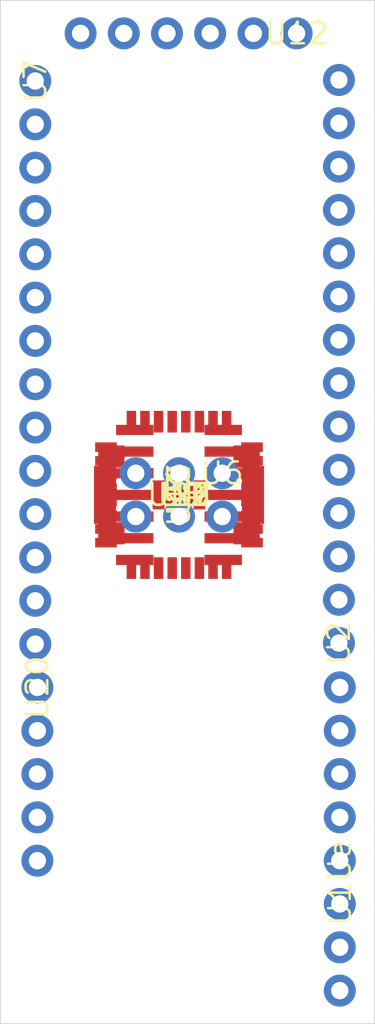
<source format=kicad_pcb>
 ( kicad_pcb  ( version 20171130 )
 ( host pcbnew "(5.1.4-0-10_14)" )
 ( general  ( thickness 1.6 )
 ( drawings 4 )
 ( tracks 0 )
 ( zones 0 )
 ( modules 28 )
 ( nets 53 )
)
 ( page A4 )
 ( layers  ( 0 Top signal )
 ( 31 Bottom signal )
 ( 32 B.Adhes user )
 ( 33 F.Adhes user )
 ( 34 B.Paste user )
 ( 35 F.Paste user )
 ( 36 B.SilkS user )
 ( 37 F.SilkS user )
 ( 38 B.Mask user )
 ( 39 F.Mask user )
 ( 40 Dwgs.User user )
 ( 41 Cmts.User user )
 ( 42 Eco1.User user )
 ( 43 Eco2.User user )
 ( 44 Edge.Cuts user )
 ( 45 Margin user )
 ( 46 B.CrtYd user )
 ( 47 F.CrtYd user )
 ( 48 B.Fab user )
 ( 49 F.Fab user )
)
 ( setup  ( last_trace_width 0.2 )
 ( trace_clearance 0.127 )
 ( zone_clearance 0.508 )
 ( zone_45_only no )
 ( trace_min 0.2 )
 ( via_size 0.7064 )
 ( via_drill 0.3 )
 ( via_min_size 0.4 )
 ( via_min_drill 0.3 )
 ( uvia_size 0.3 )
 ( uvia_drill 0.1 )
 ( uvias_allowed yes )
 ( uvia_min_size 0.2 )
 ( uvia_min_drill 0.1 )
 ( edge_width 0.05 )
 ( segment_width 0.2 )
 ( pcb_text_width 0.3 )
 ( pcb_text_size 1.5 1.5 )
 ( mod_edge_width 0.12 )
 ( mod_text_size 1 1 )
 ( mod_text_width 0.15 )
 ( pad_size 1.524 1.524 )
 ( pad_drill 0.762 )
 ( pad_to_mask_clearance 0.051 )
 ( solder_mask_min_width 0.25 )
 ( aux_axis_origin 0 0 )
 ( visible_elements 7FFFFFFF )
 ( pcbplotparams  ( layerselection 0x010fc_ffffffff )
 ( usegerberextensions false )
 ( usegerberattributes false )
 ( usegerberadvancedattributes false )
 ( creategerberjobfile false )
 ( excludeedgelayer true )
 ( linewidth 0.100000 )
 ( plotframeref false )
 ( viasonmask false )
 ( mode 1 )
 ( useauxorigin false )
 ( hpglpennumber 1 )
 ( hpglpenspeed 20 )
 ( hpglpendiameter 15.000000 )
 ( psnegative false )
 ( psa4output false )
 ( plotreference true )
 ( plotvalue true )
 ( plotinvisibletext false )
 ( padsonsilk false )
 ( subtractmaskfromsilk false )
 ( outputformat 1 )
 ( mirror false )
 ( drillshape 1 )
 ( scaleselection 1 )
 ( outputdirectory "" )
)
)
 ( net 0 "" )
 ( net 1 GND )
 ( net 2 VCC )
 ( net 3 /D2 )
 ( net 4 /TXO )
 ( net 5 /RXI )
 ( net 6 /RST )
 ( net 7 /A5 )
 ( net 8 /A4 )
 ( net 9 /A3 )
 ( net 10 /A2 )
 ( net 11 /A1 )
 ( net 12 /A0 )
 ( net 13 /A7 )
 ( net 14 "Net-(C6-Pad1)" )
 ( net 15 /A6 )
 ( net 16 /SCK )
 ( net 17 /MISO )
 ( net 18 /MOSI )
 ( net 19 /D10 )
 ( net 20 /D9 )
 ( net 21 /D8 )
 ( net 22 /D7 )
 ( net 23 /D6 )
 ( net 24 /D5 )
 ( net 25 "Net-(U3-Pad8)" )
 ( net 26 "Net-(U3-Pad7)" )
 ( net 27 /D4 )
 ( net 28 /D3 )
 ( net 29 "Net-(D1-PadA)" )
 ( net 30 /DTR )
 ( net 31 "Net-(J1-PadCTS)" )
 ( net 32 "Net-(F1-Pad1)" )
 ( net 33 /OUT1 )
 ( net 34 "Net-(IC1-Pad10)" )
 ( net 35 /OUT2 )
 ( net 36 /OUT4 )
 ( net 37 "Net-(IC1-Pad9)" )
 ( net 38 /OUT3 )
 ( net 39 "Net-(IC1-Pad11)" )
 ( net 40 "Net-(IC1-Pad12)" )
 ( net 41 /GO )
 ( net 42 "Net-(IC1-Pad13)" )
 ( net 43 "Net-(J2-Pad5)" )
 ( net 44 "Net-(J2-Pad4)" )
 ( net 45 "Net-(J2-Pad3)" )
 ( net 46 "Net-(J2-Pad2)" )
 ( net 47 "Net-(J2-Pad1)" )
 ( net 48 "Net-(J4-Pad1)" )
 ( net 49 "Net-(J4-Pad3)" )
 ( net 50 "Net-(J4-Pad2)" )
 ( net 51 "Net-(D2-PadA)" )
 ( net 52 "Net-(D3-PadA)" )
 ( net_class Default "This is the default net class."  ( clearance 0.127 )
 ( trace_width 0.2 )
 ( via_dia 0.7064 )
 ( via_drill 0.3 )
 ( uvia_dia 0.3 )
 ( uvia_drill 0.1 )
 ( add_net /A0 )
 ( add_net /A1 )
 ( add_net /A2 )
 ( add_net /A3 )
 ( add_net /A4 )
 ( add_net /A5 )
 ( add_net /A6 )
 ( add_net /A7 )
 ( add_net /D10 )
 ( add_net /D2 )
 ( add_net /D3 )
 ( add_net /D4 )
 ( add_net /D5 )
 ( add_net /D6 )
 ( add_net /D7 )
 ( add_net /D8 )
 ( add_net /D9 )
 ( add_net /DTR )
 ( add_net /GO )
 ( add_net /MISO )
 ( add_net /MOSI )
 ( add_net /OUT1 )
 ( add_net /OUT2 )
 ( add_net /OUT3 )
 ( add_net /OUT4 )
 ( add_net /RST )
 ( add_net /RXI )
 ( add_net /SCK )
 ( add_net /TXO )
 ( add_net GND )
 ( add_net "Net-(C6-Pad1)" )
 ( add_net "Net-(D1-PadA)" )
 ( add_net "Net-(D2-PadA)" )
 ( add_net "Net-(D3-PadA)" )
 ( add_net "Net-(IC1-Pad10)" )
 ( add_net "Net-(IC1-Pad11)" )
 ( add_net "Net-(IC1-Pad12)" )
 ( add_net "Net-(IC1-Pad13)" )
 ( add_net "Net-(IC1-Pad9)" )
 ( add_net "Net-(J1-PadCTS)" )
 ( add_net "Net-(J2-Pad1)" )
 ( add_net "Net-(J2-Pad2)" )
 ( add_net "Net-(J2-Pad3)" )
 ( add_net "Net-(J2-Pad4)" )
 ( add_net "Net-(J2-Pad5)" )
 ( add_net "Net-(J4-Pad1)" )
 ( add_net "Net-(J4-Pad2)" )
 ( add_net "Net-(J4-Pad3)" )
 ( add_net "Net-(U3-Pad7)" )
 ( add_net "Net-(U3-Pad8)" )
)
 ( net_class Power ""  ( clearance 0.127 )
 ( trace_width 0.381 )
 ( via_dia 0.7064 )
 ( via_drill 0.3 )
 ( uvia_dia 0.3 )
 ( uvia_drill 0.1 )
 ( add_net "Net-(F1-Pad1)" )
 ( add_net VCC )
)
 ( module piezoMusic:1X14 locked  ( layer Top )
 ( tedit 5DCE31E3 )
 ( tstamp 5DC8D32C )
 ( at 157.402200 96.188200 90.000000 )
 ( path /0B60073D )
 ( fp_text reference U2  ( at -16.5 0 90 )
 ( layer F.SilkS )
 ( effects  ( font  ( size 1.27 1.27 )
 ( thickness 0.15 )
)
)
)
 ( fp_text value ""  ( at -16.5 0 90 )
 ( layer F.SilkS )
 ( effects  ( font  ( size 1.27 1.27 )
 ( thickness 0.15 )
)
)
)
 ( fp_poly  ( pts  ( xy -17.6 -1.4 )
 ( xy 17.7 -1.4 )
 ( xy 17.7 1.4 )
 ( xy -17.6 1.4 )
)
 ( layer F.CrtYd )
 ( width 0.1 )
)
 ( fp_poly  ( pts  ( xy -17.6 -1.4 )
 ( xy 17.7 -1.4 )
 ( xy 17.7 1.4 )
 ( xy -17.6 1.4 )
)
 ( layer B.CrtYd )
 ( width 0.1 )
)
 ( pad 14 thru_hole circle  ( at 16.52 0 180.000000 )
 ( size 1.8796 1.8796 )
 ( drill 1.016 )
 ( layers *.Cu *.Mask )
 ( net 16 /SCK )
 ( solder_mask_margin 0.1016 )
)
 ( pad 13 thru_hole circle  ( at 13.98 0 180.000000 )
 ( size 1.8796 1.8796 )
 ( drill 1.016 )
 ( layers *.Cu *.Mask )
 ( net 17 /MISO )
 ( solder_mask_margin 0.1016 )
)
 ( pad 12 thru_hole circle  ( at 11.44 0 180.000000 )
 ( size 1.8796 1.8796 )
 ( drill 1.016 )
 ( layers *.Cu *.Mask )
 ( net 18 /MOSI )
 ( solder_mask_margin 0.1016 )
)
 ( pad 11 thru_hole circle  ( at 8.9 0 180.000000 )
 ( size 1.8796 1.8796 )
 ( drill 1.016 )
 ( layers *.Cu *.Mask )
 ( net 19 /D10 )
 ( solder_mask_margin 0.1016 )
)
 ( pad 10 thru_hole circle  ( at 6.36 0 180.000000 )
 ( size 1.8796 1.8796 )
 ( drill 1.016 )
 ( layers *.Cu *.Mask )
 ( net 20 /D9 )
 ( solder_mask_margin 0.1016 )
)
 ( pad 9 thru_hole circle  ( at 3.82 0 180.000000 )
 ( size 1.8796 1.8796 )
 ( drill 1.016 )
 ( layers *.Cu *.Mask )
 ( net 21 /D8 )
 ( solder_mask_margin 0.1016 )
)
 ( pad 8 thru_hole circle  ( at 1.28 0 180.000000 )
 ( size 1.8796 1.8796 )
 ( drill 1.016 )
 ( layers *.Cu *.Mask )
 ( net 22 /D7 )
 ( solder_mask_margin 0.1016 )
)
 ( pad 7 thru_hole circle  ( at -1.26 0 180.000000 )
 ( size 1.8796 1.8796 )
 ( drill 1.016 )
 ( layers *.Cu *.Mask )
 ( net 23 /D6 )
 ( solder_mask_margin 0.1016 )
)
 ( pad 6 thru_hole circle  ( at -3.8 0 180.000000 )
 ( size 1.8796 1.8796 )
 ( drill 1.016 )
 ( layers *.Cu *.Mask )
 ( net 24 /D5 )
 ( solder_mask_margin 0.1016 )
)
 ( pad 5 thru_hole circle  ( at -6.34 0 180.000000 )
 ( size 1.8796 1.8796 )
 ( drill 1.016 )
 ( layers *.Cu *.Mask )
 ( net 27 /D4 )
 ( solder_mask_margin 0.1016 )
)
 ( pad 4 thru_hole circle  ( at -8.88 0 180.000000 )
 ( size 1.8796 1.8796 )
 ( drill 1.016 )
 ( layers *.Cu *.Mask )
 ( net 28 /D3 )
 ( solder_mask_margin 0.1016 )
)
 ( pad 3 thru_hole circle  ( at -11.42 0 180.000000 )
 ( size 1.8796 1.8796 )
 ( drill 1.016 )
 ( layers *.Cu *.Mask )
 ( net 3 /D2 )
 ( solder_mask_margin 0.1016 )
)
 ( pad 2 thru_hole circle  ( at -13.96 0 180.000000 )
 ( size 1.8796 1.8796 )
 ( drill 1.016 )
 ( layers *.Cu *.Mask )
 ( net 1 GND )
 ( solder_mask_margin 0.1016 )
)
 ( pad 1 thru_hole circle  ( at -16.5 0 180.000000 )
 ( size 1.8796 1.8796 )
 ( drill 1.016 )
 ( layers *.Cu *.Mask )
 ( net 2 VCC )
 ( solder_mask_margin 0.1016 )
)
)
 ( module piezoMusic:1X14 locked  ( layer Top )
 ( tedit 5DCE31E3 )
 ( tstamp 5DC8D3C7 )
 ( at 139.546000 96.239000 270.000000 )
 ( path /056852D9 )
 ( fp_text reference U7  ( at -16.51 -0.004 270 )
 ( layer F.SilkS )
 ( effects  ( font  ( size 1.27 1.27 )
 ( thickness 0.15 )
)
)
)
 ( fp_text value ""  ( at -16.51 -0.004 270 )
 ( layer F.SilkS )
 ( effects  ( font  ( size 1.27 1.27 )
 ( thickness 0.15 )
)
)
)
 ( fp_poly  ( pts  ( xy -17.61 -1.404 )
 ( xy 17.69 -1.404 )
 ( xy 17.69 1.396 )
 ( xy -17.61 1.396 )
)
 ( layer F.CrtYd )
 ( width 0.1 )
)
 ( fp_poly  ( pts  ( xy -17.61 -1.404 )
 ( xy 17.69 -1.404 )
 ( xy 17.69 1.396 )
 ( xy -17.61 1.396 )
)
 ( layer B.CrtYd )
 ( width 0.1 )
)
 ( pad 14 thru_hole circle  ( at 16.51 -0.004 )
 ( size 1.8796 1.8796 )
 ( drill 1.016 )
 ( layers *.Cu *.Mask )
 ( net 13 /A7 )
 ( solder_mask_margin 0.1016 )
)
 ( pad 13 thru_hole circle  ( at 13.97 -0.004 )
 ( size 1.8796 1.8796 )
 ( drill 1.016 )
 ( layers *.Cu *.Mask )
 ( net 15 /A6 )
 ( solder_mask_margin 0.1016 )
)
 ( pad 12 thru_hole circle  ( at 11.43 -0.004 )
 ( size 1.8796 1.8796 )
 ( drill 1.016 )
 ( layers *.Cu *.Mask )
 ( net 7 /A5 )
 ( solder_mask_margin 0.1016 )
)
 ( pad 11 thru_hole circle  ( at 8.89 -0.004 )
 ( size 1.8796 1.8796 )
 ( drill 1.016 )
 ( layers *.Cu *.Mask )
 ( net 8 /A4 )
 ( solder_mask_margin 0.1016 )
)
 ( pad 10 thru_hole circle  ( at 6.35 -0.004 )
 ( size 1.8796 1.8796 )
 ( drill 1.016 )
 ( layers *.Cu *.Mask )
 ( net 9 /A3 )
 ( solder_mask_margin 0.1016 )
)
 ( pad 9 thru_hole circle  ( at 3.81 -0.004 )
 ( size 1.8796 1.8796 )
 ( drill 1.016 )
 ( layers *.Cu *.Mask )
 ( net 10 /A2 )
 ( solder_mask_margin 0.1016 )
)
 ( pad 8 thru_hole circle  ( at 1.27 -0.004 )
 ( size 1.8796 1.8796 )
 ( drill 1.016 )
 ( layers *.Cu *.Mask )
 ( net 11 /A1 )
 ( solder_mask_margin 0.1016 )
)
 ( pad 7 thru_hole circle  ( at -1.27 -0.004 )
 ( size 1.8796 1.8796 )
 ( drill 1.016 )
 ( layers *.Cu *.Mask )
 ( net 12 /A0 )
 ( solder_mask_margin 0.1016 )
)
 ( pad 6 thru_hole circle  ( at -3.81 -0.004 )
 ( size 1.8796 1.8796 )
 ( drill 1.016 )
 ( layers *.Cu *.Mask )
 ( net 4 /TXO )
 ( solder_mask_margin 0.1016 )
)
 ( pad 5 thru_hole circle  ( at -6.35 -0.004 )
 ( size 1.8796 1.8796 )
 ( drill 1.016 )
 ( layers *.Cu *.Mask )
 ( net 5 /RXI )
 ( solder_mask_margin 0.1016 )
)
 ( pad 4 thru_hole circle  ( at -8.89 -0.004 )
 ( size 1.8796 1.8796 )
 ( drill 1.016 )
 ( layers *.Cu *.Mask )
 ( net 1 GND )
 ( solder_mask_margin 0.1016 )
)
 ( pad 3 thru_hole circle  ( at -11.43 -0.004 )
 ( size 1.8796 1.8796 )
 ( drill 1.016 )
 ( layers *.Cu *.Mask )
 ( net 2 VCC )
 ( solder_mask_margin 0.1016 )
)
 ( pad 2 thru_hole circle  ( at -13.97 -0.004 )
 ( size 1.8796 1.8796 )
 ( drill 1.016 )
 ( layers *.Cu *.Mask )
 ( net 2 VCC )
 ( solder_mask_margin 0.1016 )
)
 ( pad 1 thru_hole circle  ( at -16.51 -0.004 )
 ( size 1.8796 1.8796 )
 ( drill 1.016 )
 ( layers *.Cu *.Mask )
 ( net 2 VCC )
 ( solder_mask_margin 0.1016 )
)
)
 ( module piezoMusic:FTDI_BASIC locked  ( layer Top )
 ( tedit 5DCE2BD1 )
 ( tstamp 5DC8D4AF )
 ( at 148.563000 76.935000 180.000000 )
 ( descr "<h3>FTDI Basic </h3>\nIncludes tDocu labels for end pins that match the FTDI Basic connection.\n<p>Specifications:\n<ul><li>Pin count: 6</li>\n<li>Pin pitch: 0.1\"</li>\n</ul></p>\n<p>Example device(s):\n<ul><li>6_Pin_Serial_Cable</li>\n</ul></p>" )
 ( path /449C7C68 )
 ( fp_text reference U12  ( at -6.35 0 180 )
 ( layer F.SilkS )
 ( effects  ( font  ( size 1.27 1.27 )
 ( thickness 0.15 )
)
)
)
 ( fp_text value ""  ( at -6.35 0 180 )
 ( layer F.SilkS )
 ( effects  ( font  ( size 1.27 1.27 )
 ( thickness 0.15 )
)
)
)
 ( fp_poly  ( pts  ( xy -7.75 -1.4 )
 ( xy 7.75 -1.4 )
 ( xy 7.75 1.4 )
 ( xy -7.75 1.4 )
)
 ( layer F.CrtYd )
 ( width 0.1 )
)
 ( fp_poly  ( pts  ( xy -7.75 -1.4 )
 ( xy 7.75 -1.4 )
 ( xy 7.75 1.4 )
 ( xy -7.75 1.4 )
)
 ( layer B.CrtYd )
 ( width 0.1 )
)
 ( pad GND thru_hole circle  ( at 6.35 0 270.000000 )
 ( size 1.8796 1.8796 )
 ( drill 1.016 )
 ( layers *.Cu *.Mask )
 ( net 1 GND )
 ( solder_mask_margin 0.1016 )
)
 ( pad CTS thru_hole circle  ( at 3.81 0 270.000000 )
 ( size 1.8796 1.8796 )
 ( drill 1.016 )
 ( layers *.Cu *.Mask )
 ( net 31 "Net-(J1-PadCTS)" )
 ( solder_mask_margin 0.1016 )
)
 ( pad VCC thru_hole circle  ( at 1.27 0 270.000000 )
 ( size 1.8796 1.8796 )
 ( drill 1.016 )
 ( layers *.Cu *.Mask )
 ( net 32 "Net-(F1-Pad1)" )
 ( solder_mask_margin 0.1016 )
)
 ( pad TXO thru_hole circle  ( at -1.27 0 270.000000 )
 ( size 1.8796 1.8796 )
 ( drill 1.016 )
 ( layers *.Cu *.Mask )
 ( net 5 /RXI )
 ( solder_mask_margin 0.1016 )
)
 ( pad RXI thru_hole circle  ( at -3.81 0 270.000000 )
 ( size 1.8796 1.8796 )
 ( drill 1.016 )
 ( layers *.Cu *.Mask )
 ( net 4 /TXO )
 ( solder_mask_margin 0.1016 )
)
 ( pad DTR thru_hole circle  ( at -6.35 0 270.000000 )
 ( size 1.8796 1.8796 )
 ( drill 1.016 )
 ( layers *.Cu *.Mask )
 ( net 30 /DTR )
 ( solder_mask_margin 0.1016 )
)
)
 ( module piezoMusic:2X3  ( layer Top )
 ( tedit 5DCE29B8 )
 ( tstamp 5DC8D3A1 )
 ( at 148.000000 104.000000 180.000000 )
 ( path /60994ACD )
 ( fp_text reference U6  ( at -2.54 1.27 180 )
 ( layer F.SilkS )
 ( effects  ( font  ( size 1.27 1.27 )
 ( thickness 0.15 )
)
)
)
 ( fp_text value ""  ( at -2.54 1.27 180 )
 ( layer F.SilkS )
 ( effects  ( font  ( size 1.27 1.27 )
 ( thickness 0.15 )
)
)
)
 ( fp_poly  ( pts  ( xy -3.94 -2.73 )
 ( xy 4.06 -2.73 )
 ( xy 4.06 2.67 )
 ( xy -3.94 2.67 )
)
 ( layer F.CrtYd )
 ( width 0.1 )
)
 ( fp_poly  ( pts  ( xy -3.94 -2.73 )
 ( xy 4.06 -2.73 )
 ( xy 4.06 2.67 )
 ( xy -3.94 2.67 )
)
 ( layer B.CrtYd )
 ( width 0.1 )
)
 ( pad 6 thru_hole circle  ( at 2.54 -1.27 180.000000 )
 ( size 1.8796 1.8796 )
 ( drill 1.016 )
 ( layers *.Cu *.Mask )
 ( net 1 GND )
 ( solder_mask_margin 0.1016 )
)
 ( pad 5 thru_hole circle  ( at 2.54 1.27 180.000000 )
 ( size 1.8796 1.8796 )
 ( drill 1.016 )
 ( layers *.Cu *.Mask )
 ( net 6 /RST )
 ( solder_mask_margin 0.1016 )
)
 ( pad 4 thru_hole circle  ( at 0 -1.27 180.000000 )
 ( size 1.8796 1.8796 )
 ( drill 1.016 )
 ( layers *.Cu *.Mask )
 ( net 18 /MOSI )
 ( solder_mask_margin 0.1016 )
)
 ( pad 3 thru_hole circle  ( at 0 1.27 180.000000 )
 ( size 1.8796 1.8796 )
 ( drill 1.016 )
 ( layers *.Cu *.Mask )
 ( net 16 /SCK )
 ( solder_mask_margin 0.1016 )
)
 ( pad 2 thru_hole circle  ( at -2.54 -1.27 180.000000 )
 ( size 1.8796 1.8796 )
 ( drill 1.016 )
 ( layers *.Cu *.Mask )
 ( net 2 VCC )
 ( solder_mask_margin 0.1016 )
)
 ( pad 1 thru_hole circle  ( at -2.54 1.27 180.000000 )
 ( size 1.8796 1.8796 )
 ( drill 1.016 )
 ( layers *.Cu *.Mask )
 ( net 17 /MISO )
 ( solder_mask_margin 0.1016 )
)
)
 ( module piezoMusic:1X03 locked  ( layer Top )
 ( tedit 5DCE3241 )
 ( tstamp 5DC8D5C9 )
 ( at 157.453000 130.529000 270.000000 )
 ( descr "<h3>Plated Through Hole - 3 Pin</h3>\n<p>Specifications:\n<ul><li>Pin count:3</li>\n<li>Pin pitch:0.1\"</li>\n</ul></p>\n<p>Example device(s):\n<ul><li>CONN_03</li>\n</ul></p>" )
 ( path /FA7CA15B )
 ( fp_text reference U1  ( at -2.54 0 270 )
 ( layer F.SilkS )
 ( effects  ( font  ( size 1.27 1.27 )
 ( thickness 0.15 )
)
)
)
 ( fp_text value ""  ( at -2.54 0 270 )
 ( layer F.SilkS )
 ( effects  ( font  ( size 1.27 1.27 )
 ( thickness 0.15 )
)
)
)
 ( fp_poly  ( pts  ( xy -3.74 -1.5 )
 ( xy -3.74 1.5 )
 ( xy 3.66 1.5 )
 ( xy 3.66 -1.5 )
)
 ( layer B.CrtYd )
 ( width 0.1 )
)
 ( fp_poly  ( pts  ( xy -3.74 -1.5 )
 ( xy -3.74 1.5 )
 ( xy 3.66 1.5 )
 ( xy 3.66 -1.5 )
)
 ( layer F.CrtYd )
 ( width 0.1 )
)
 ( pad 3 thru_hole circle  ( at 2.54 0 )
 ( size 1.8796 1.8796 )
 ( drill 1.016 )
 ( layers *.Cu *.Mask )
 ( net 49 "Net-(J4-Pad3)" )
 ( solder_mask_margin 0.1016 )
)
 ( pad 2 thru_hole circle  ( at 0 0 )
 ( size 1.8796 1.8796 )
 ( drill 1.016 )
 ( layers *.Cu *.Mask )
 ( net 50 "Net-(J4-Pad2)" )
 ( solder_mask_margin 0.1016 )
)
 ( pad 1 thru_hole circle  ( at -2.54 0 )
 ( size 1.8796 1.8796 )
 ( drill 1.016 )
 ( layers *.Cu *.Mask )
 ( net 48 "Net-(J4-Pad1)" )
 ( solder_mask_margin 0.1016 )
)
)
 ( module piezoMusic:1X05 locked  ( layer Top )
 ( tedit 5DCE3193 )
 ( tstamp 5DC8D58D )
 ( at 157.453000 120.369000 90.000000 )
 ( descr "<h3>Plated Through Hole - 5 Pin</h3>\n<p>Specifications:\n<ul><li>Pin count:5</li>\n<li>Pin pitch:0.1\"</li>\n</ul></p>\n<p>Example device(s):\n<ul><li>CONN_05</li>\n</ul></p>" )
 ( path /B665FDA9 )
 ( fp_text reference Ue  ( at -5.08 0 90 )
 ( layer F.SilkS )
 ( effects  ( font  ( size 1.27 1.27 )
 ( thickness 0.15 )
)
)
)
 ( fp_text value ""  ( at -5.08 0 90 )
 ( layer F.SilkS )
 ( effects  ( font  ( size 1.27 1.27 )
 ( thickness 0.15 )
)
)
)
 ( fp_poly  ( pts  ( xy -6.18 -1.4 )
 ( xy 6.22 -1.4 )
 ( xy 6.22 1.4 )
 ( xy -6.18 1.4 )
)
 ( layer F.CrtYd )
 ( width 0.1 )
)
 ( fp_poly  ( pts  ( xy -6.18 -1.4 )
 ( xy 6.22 -1.4 )
 ( xy 6.22 1.4 )
 ( xy -6.18 1.4 )
)
 ( layer B.CrtYd )
 ( width 0.1 )
)
 ( pad 5 thru_hole circle  ( at 5.08 0 180.000000 )
 ( size 1.8796 1.8796 )
 ( drill 1.016 )
 ( layers *.Cu *.Mask )
 ( net 36 /OUT4 )
 ( solder_mask_margin 0.1016 )
)
 ( pad 4 thru_hole circle  ( at 2.54 0 180.000000 )
 ( size 1.8796 1.8796 )
 ( drill 1.016 )
 ( layers *.Cu *.Mask )
 ( net 38 /OUT3 )
 ( solder_mask_margin 0.1016 )
)
 ( pad 3 thru_hole circle  ( at 0 0 180.000000 )
 ( size 1.8796 1.8796 )
 ( drill 1.016 )
 ( layers *.Cu *.Mask )
 ( net 35 /OUT2 )
 ( solder_mask_margin 0.1016 )
)
 ( pad 2 thru_hole circle  ( at -2.54 0 180.000000 )
 ( size 1.8796 1.8796 )
 ( drill 1.016 )
 ( layers *.Cu *.Mask )
 ( net 33 /OUT1 )
 ( solder_mask_margin 0.1016 )
)
 ( pad 1 thru_hole circle  ( at -5.08 0 180.000000 )
 ( size 1.8796 1.8796 )
 ( drill 1.016 )
 ( layers *.Cu *.Mask )
 ( net 41 /GO )
 ( solder_mask_margin 0.1016 )
)
)
 ( module piezoMusic:1X05 locked  ( layer Top )
 ( tedit 5DCE3193 )
 ( tstamp 5DC8D560 )
 ( at 139.673000 120.369000 270.000000 )
 ( descr "<h3>Plated Through Hole - 5 Pin</h3>\n<p>Specifications:\n<ul><li>Pin count:5</li>\n<li>Pin pitch:0.1\"</li>\n</ul></p>\n<p>Example device(s):\n<ul><li>CONN_05</li>\n</ul></p>" )
 ( path /C3E76336 )
 ( fp_text reference U20  ( at -5.08 0 270 )
 ( layer F.SilkS )
 ( effects  ( font  ( size 1.27 1.27 )
 ( thickness 0.15 )
)
)
)
 ( fp_text value ""  ( at -5.08 0 270 )
 ( layer F.SilkS )
 ( effects  ( font  ( size 1.27 1.27 )
 ( thickness 0.15 )
)
)
)
 ( fp_poly  ( pts  ( xy -6.18 -1.4 )
 ( xy 6.22 -1.4 )
 ( xy 6.22 1.4 )
 ( xy -6.18 1.4 )
)
 ( layer F.CrtYd )
 ( width 0.1 )
)
 ( fp_poly  ( pts  ( xy -6.18 -1.4 )
 ( xy 6.22 -1.4 )
 ( xy 6.22 1.4 )
 ( xy -6.18 1.4 )
)
 ( layer B.CrtYd )
 ( width 0.1 )
)
 ( pad 5 thru_hole circle  ( at 5.08 0 )
 ( size 1.8796 1.8796 )
 ( drill 1.016 )
 ( layers *.Cu *.Mask )
 ( net 43 "Net-(J2-Pad5)" )
 ( solder_mask_margin 0.1016 )
)
 ( pad 4 thru_hole circle  ( at 2.54 0 )
 ( size 1.8796 1.8796 )
 ( drill 1.016 )
 ( layers *.Cu *.Mask )
 ( net 44 "Net-(J2-Pad4)" )
 ( solder_mask_margin 0.1016 )
)
 ( pad 3 thru_hole circle  ( at 0 0 )
 ( size 1.8796 1.8796 )
 ( drill 1.016 )
 ( layers *.Cu *.Mask )
 ( net 45 "Net-(J2-Pad3)" )
 ( solder_mask_margin 0.1016 )
)
 ( pad 2 thru_hole circle  ( at -2.54 0 )
 ( size 1.8796 1.8796 )
 ( drill 1.016 )
 ( layers *.Cu *.Mask )
 ( net 46 "Net-(J2-Pad2)" )
 ( solder_mask_margin 0.1016 )
)
 ( pad 1 thru_hole circle  ( at -5.08 0 )
 ( size 1.8796 1.8796 )
 ( drill 1.016 )
 ( layers *.Cu *.Mask )
 ( net 47 "Net-(J2-Pad1)" )
 ( solder_mask_margin 0.1016 )
)
)
 ( module piezoMusic:0603  ( layer Top )
 ( tedit 5DCE2B5D )
 ( tstamp 5DC8D306 )
 ( at 148.000000 104.000000 270.000000 )
 ( descr "<p><b>Generic 1608 (0603) package</b></p>\n<p>0.2mm courtyard excess rounded to nearest 0.05mm.</p>" )
 ( path /88676885 )
 ( fp_text reference U3  ( at 0 0 270 )
 ( layer F.SilkS )
 ( effects  ( font  ( size 1.27 1.27 )
 ( thickness 0.15 )
)
)
)
 ( fp_text value ""  ( at 0 0 270 )
 ( layer F.SilkS )
 ( effects  ( font  ( size 1.27 1.27 )
 ( thickness 0.15 )
)
)
)
 ( fp_poly  ( pts  ( xy -1.6 -0.7 )
 ( xy 1.6 -0.7 )
 ( xy 1.6 0.7 )
 ( xy -1.6 0.7 )
)
 ( layer F.CrtYd )
 ( width 0.1 )
)
 ( pad 2 smd rect  ( at 0.85 0 270.000000 )
 ( size 1.1 1 )
 ( layers Top F.Mask F.Paste )
 ( net 6 /RST )
 ( solder_mask_margin 0.1016 )
)
 ( pad 1 smd rect  ( at -0.85 0 270.000000 )
 ( size 1.1 1 )
 ( layers Top F.Mask F.Paste )
 ( net 30 /DTR )
 ( solder_mask_margin 0.1016 )
)
)
 ( module piezoMusic:0603  ( layer Top )
 ( tedit 5DCE2B5D )
 ( tstamp 5DC8D314 )
 ( at 148.000000 104.000000 180.000000 )
 ( descr "<p><b>Generic 1608 (0603) package</b></p>\n<p>0.2mm courtyard excess rounded to nearest 0.05mm.</p>" )
 ( path /8451312A )
 ( fp_text reference U4  ( at 0 0 180 )
 ( layer F.SilkS )
 ( effects  ( font  ( size 1.27 1.27 )
 ( thickness 0.15 )
)
)
)
 ( fp_text value ""  ( at 0 0 180 )
 ( layer F.SilkS )
 ( effects  ( font  ( size 1.27 1.27 )
 ( thickness 0.15 )
)
)
)
 ( fp_poly  ( pts  ( xy -1.6 -0.7 )
 ( xy 1.6 -0.7 )
 ( xy 1.6 0.7 )
 ( xy -1.6 0.7 )
)
 ( layer F.CrtYd )
 ( width 0.1 )
)
 ( pad 2 smd rect  ( at 0.85 0 180.000000 )
 ( size 1.1 1 )
 ( layers Top F.Mask F.Paste )
 ( net 1 GND )
 ( solder_mask_margin 0.1016 )
)
 ( pad 1 smd rect  ( at -0.85 0 180.000000 )
 ( size 1.1 1 )
 ( layers Top F.Mask F.Paste )
 ( net 14 "Net-(C6-Pad1)" )
 ( solder_mask_margin 0.1016 )
)
)
 ( module piezoMusic:LED-0603  ( layer Top )
 ( tedit 5DCE2CA4 )
 ( tstamp 5DC8D322 )
 ( at 148.000000 104.000000 90.000000 )
 ( descr "<B>LED 0603 SMT</B><p>\n0603, surface mount.\n<p>Specifications:\n<ul><li>Pin count: 2</li>\n<li>Pin pitch:0.075inch </li>\n<li>Area: 0.06\" x 0.03\"</li>\n</ul></p>\n<p>Example device(s):\n<ul><li>LED - BLUE</li>" )
 ( path /5C7F6C2D )
 ( fp_text reference U5  ( at 0 0 90 )
 ( layer F.SilkS )
 ( effects  ( font  ( size 1.27 1.27 )
 ( thickness 0.15 )
)
)
)
 ( fp_text value ""  ( at 0 0 90 )
 ( layer F.SilkS )
 ( effects  ( font  ( size 1.27 1.27 )
 ( thickness 0.15 )
)
)
)
 ( fp_poly  ( pts  ( xy -1.5 -0.6 )
 ( xy 1.5 -0.6 )
 ( xy 1.5 0.6 )
 ( xy -1.5 0.6 )
)
 ( layer F.CrtYd )
 ( width 0.1 )
)
 ( pad A smd roundrect  ( at -0.877 0 )
 ( size 1 1 )
 ( layers Top F.Mask F.Paste )
 ( roundrect_rratio 0.15 )
 ( net 29 "Net-(D1-PadA)" )
 ( solder_mask_margin 0.1016 )
)
 ( pad C smd roundrect  ( at 0.877 0 )
 ( size 1 1 )
 ( layers Top F.Mask F.Paste )
 ( roundrect_rratio 0.15 )
 ( net 1 GND )
 ( solder_mask_margin 0.1016 )
)
)
 ( module piezoMusic:0603  ( layer Top )
 ( tedit 5DCE2B5D )
 ( tstamp 5DC8D43C )
 ( at 148.000000 104.000000 180.000000 )
 ( descr "<p><b>Generic 1608 (0603) package</b></p>\n<p>0.2mm courtyard excess rounded to nearest 0.05mm.</p>" )
 ( path /DDF01354 )
 ( fp_text reference U8  ( at 0 0 180 )
 ( layer F.SilkS )
 ( effects  ( font  ( size 1.27 1.27 )
 ( thickness 0.15 )
)
)
)
 ( fp_text value ""  ( at 0 0 180 )
 ( layer F.SilkS )
 ( effects  ( font  ( size 1.27 1.27 )
 ( thickness 0.15 )
)
)
)
 ( fp_poly  ( pts  ( xy -1.6 -0.7 )
 ( xy 1.6 -0.7 )
 ( xy 1.6 0.7 )
 ( xy -1.6 0.7 )
)
 ( layer F.CrtYd )
 ( width 0.1 )
)
 ( pad 2 smd rect  ( at 0.85 0 180.000000 )
 ( size 1.1 1 )
 ( layers Top F.Mask F.Paste )
 ( net 29 "Net-(D1-PadA)" )
 ( solder_mask_margin 0.1016 )
)
 ( pad 1 smd rect  ( at -0.85 0 180.000000 )
 ( size 1.1 1 )
 ( layers Top F.Mask F.Paste )
 ( net 16 /SCK )
 ( solder_mask_margin 0.1016 )
)
)
 ( module piezoMusic:0603  ( layer Top )
 ( tedit 5DCE2B5D )
 ( tstamp 5DC8D44A )
 ( at 148.000000 104.000000 270.000000 )
 ( descr "<p><b>Generic 1608 (0603) package</b></p>\n<p>0.2mm courtyard excess rounded to nearest 0.05mm.</p>" )
 ( path /B13F4994 )
 ( fp_text reference U9  ( at 0 0 270 )
 ( layer F.SilkS )
 ( effects  ( font  ( size 1.27 1.27 )
 ( thickness 0.15 )
)
)
)
 ( fp_text value ""  ( at 0 0 270 )
 ( layer F.SilkS )
 ( effects  ( font  ( size 1.27 1.27 )
 ( thickness 0.15 )
)
)
)
 ( fp_poly  ( pts  ( xy -1.6 -0.7 )
 ( xy 1.6 -0.7 )
 ( xy 1.6 0.7 )
 ( xy -1.6 0.7 )
)
 ( layer F.CrtYd )
 ( width 0.1 )
)
 ( pad 2 smd rect  ( at 0.85 0 270.000000 )
 ( size 1.1 1 )
 ( layers Top F.Mask F.Paste )
 ( net 2 VCC )
 ( solder_mask_margin 0.1016 )
)
 ( pad 1 smd rect  ( at -0.85 0 270.000000 )
 ( size 1.1 1 )
 ( layers Top F.Mask F.Paste )
 ( net 6 /RST )
 ( solder_mask_margin 0.1016 )
)
)
 ( module piezoMusic:TQFP32-08  ( layer Top )
 ( tedit 5DCE2E26 )
 ( tstamp 5DC8D458 )
 ( at 148.000000 104.000000 90.000000 )
 ( descr "<B>Thin Plasic Quad Flat Package</B> Grid 0.8 mm" )
 ( path /629E9DB0 )
 ( fp_text reference U10  ( at 0 0 90 )
 ( layer F.SilkS )
 ( effects  ( font  ( size 1.27 1.27 )
 ( thickness 0.15 )
)
)
)
 ( fp_text value ""  ( at 0 0 90 )
 ( layer F.SilkS )
 ( effects  ( font  ( size 1.27 1.27 )
 ( thickness 0.15 )
)
)
)
 ( fp_poly  ( pts  ( xy -5 -5 )
 ( xy 5 -5 )
 ( xy 5 5 )
 ( xy -5 5 )
)
 ( layer F.CrtYd )
 ( width 0.1 )
)
 ( pad 32 smd rect  ( at -2.8 -4.2926 90.000000 )
 ( size 0.5588 1.27 )
 ( layers Top F.Mask F.Paste )
 ( net 3 /D2 )
 ( solder_mask_margin 0.1016 )
)
 ( pad 31 smd rect  ( at -2 -4.2926 90.000000 )
 ( size 0.5588 1.27 )
 ( layers Top F.Mask F.Paste )
 ( net 4 /TXO )
 ( solder_mask_margin 0.1016 )
)
 ( pad 30 smd rect  ( at -1.2 -4.2926 90.000000 )
 ( size 0.5588 1.27 )
 ( layers Top F.Mask F.Paste )
 ( net 5 /RXI )
 ( solder_mask_margin 0.1016 )
)
 ( pad 29 smd rect  ( at -0.4 -4.2926 90.000000 )
 ( size 0.5588 1.27 )
 ( layers Top F.Mask F.Paste )
 ( net 6 /RST )
 ( solder_mask_margin 0.1016 )
)
 ( pad 28 smd rect  ( at 0.4 -4.2926 90.000000 )
 ( size 0.5588 1.27 )
 ( layers Top F.Mask F.Paste )
 ( net 7 /A5 )
 ( solder_mask_margin 0.1016 )
)
 ( pad 27 smd rect  ( at 1.2 -4.2926 90.000000 )
 ( size 0.5588 1.27 )
 ( layers Top F.Mask F.Paste )
 ( net 8 /A4 )
 ( solder_mask_margin 0.1016 )
)
 ( pad 26 smd rect  ( at 2 -4.2926 90.000000 )
 ( size 0.5588 1.27 )
 ( layers Top F.Mask F.Paste )
 ( net 9 /A3 )
 ( solder_mask_margin 0.1016 )
)
 ( pad 25 smd rect  ( at 2.8 -4.2926 90.000000 )
 ( size 0.5588 1.27 )
 ( layers Top F.Mask F.Paste )
 ( net 10 /A2 )
 ( solder_mask_margin 0.1016 )
)
 ( pad 24 smd rect  ( at 4.2926 -2.8 90.000000 )
 ( size 1.27 0.5588 )
 ( layers Top F.Mask F.Paste )
 ( net 11 /A1 )
 ( solder_mask_margin 0.1016 )
)
 ( pad 23 smd rect  ( at 4.2926 -2 90.000000 )
 ( size 1.27 0.5588 )
 ( layers Top F.Mask F.Paste )
 ( net 12 /A0 )
 ( solder_mask_margin 0.1016 )
)
 ( pad 22 smd rect  ( at 4.2926 -1.2 90.000000 )
 ( size 1.27 0.5588 )
 ( layers Top F.Mask F.Paste )
 ( net 13 /A7 )
 ( solder_mask_margin 0.1016 )
)
 ( pad 21 smd rect  ( at 4.2926 -0.4 90.000000 )
 ( size 1.27 0.5588 )
 ( layers Top F.Mask F.Paste )
 ( net 1 GND )
 ( solder_mask_margin 0.1016 )
)
 ( pad 20 smd rect  ( at 4.2926 0.4 90.000000 )
 ( size 1.27 0.5588 )
 ( layers Top F.Mask F.Paste )
 ( net 14 "Net-(C6-Pad1)" )
 ( solder_mask_margin 0.1016 )
)
 ( pad 19 smd rect  ( at 4.2926 1.2 90.000000 )
 ( size 1.27 0.5588 )
 ( layers Top F.Mask F.Paste )
 ( net 15 /A6 )
 ( solder_mask_margin 0.1016 )
)
 ( pad 18 smd rect  ( at 4.2926 2 90.000000 )
 ( size 1.27 0.5588 )
 ( layers Top F.Mask F.Paste )
 ( net 2 VCC )
 ( solder_mask_margin 0.1016 )
)
 ( pad 17 smd rect  ( at 4.2926 2.8 90.000000 )
 ( size 1.27 0.5588 )
 ( layers Top F.Mask F.Paste )
 ( net 16 /SCK )
 ( solder_mask_margin 0.1016 )
)
 ( pad 16 smd rect  ( at 2.8 4.2926 90.000000 )
 ( size 0.5588 1.27 )
 ( layers Top F.Mask F.Paste )
 ( net 17 /MISO )
 ( solder_mask_margin 0.1016 )
)
 ( pad 15 smd rect  ( at 2 4.2926 90.000000 )
 ( size 0.5588 1.27 )
 ( layers Top F.Mask F.Paste )
 ( net 18 /MOSI )
 ( solder_mask_margin 0.1016 )
)
 ( pad 14 smd rect  ( at 1.2 4.2926 90.000000 )
 ( size 0.5588 1.27 )
 ( layers Top F.Mask F.Paste )
 ( net 19 /D10 )
 ( solder_mask_margin 0.1016 )
)
 ( pad 13 smd rect  ( at 0.4 4.2926 90.000000 )
 ( size 0.5588 1.27 )
 ( layers Top F.Mask F.Paste )
 ( net 20 /D9 )
 ( solder_mask_margin 0.1016 )
)
 ( pad 12 smd rect  ( at -0.4 4.2926 90.000000 )
 ( size 0.5588 1.27 )
 ( layers Top F.Mask F.Paste )
 ( net 21 /D8 )
 ( solder_mask_margin 0.1016 )
)
 ( pad 11 smd rect  ( at -1.2 4.2926 90.000000 )
 ( size 0.5588 1.27 )
 ( layers Top F.Mask F.Paste )
 ( net 22 /D7 )
 ( solder_mask_margin 0.1016 )
)
 ( pad 10 smd rect  ( at -2 4.2926 90.000000 )
 ( size 0.5588 1.27 )
 ( layers Top F.Mask F.Paste )
 ( net 23 /D6 )
 ( solder_mask_margin 0.1016 )
)
 ( pad 9 smd rect  ( at -2.8 4.2926 90.000000 )
 ( size 0.5588 1.27 )
 ( layers Top F.Mask F.Paste )
 ( net 24 /D5 )
 ( solder_mask_margin 0.1016 )
)
 ( pad 8 smd rect  ( at -4.2926 2.8 90.000000 )
 ( size 1.27 0.5588 )
 ( layers Top F.Mask F.Paste )
 ( net 25 "Net-(U3-Pad8)" )
 ( solder_mask_margin 0.1016 )
)
 ( pad 7 smd rect  ( at -4.2926 2 90.000000 )
 ( size 1.27 0.5588 )
 ( layers Top F.Mask F.Paste )
 ( net 26 "Net-(U3-Pad7)" )
 ( solder_mask_margin 0.1016 )
)
 ( pad 6 smd rect  ( at -4.2926 1.2 90.000000 )
 ( size 1.27 0.5588 )
 ( layers Top F.Mask F.Paste )
 ( net 2 VCC )
 ( solder_mask_margin 0.1016 )
)
 ( pad 5 smd rect  ( at -4.2926 0.4 90.000000 )
 ( size 1.27 0.5588 )
 ( layers Top F.Mask F.Paste )
 ( net 1 GND )
 ( solder_mask_margin 0.1016 )
)
 ( pad 4 smd rect  ( at -4.2926 -0.4 90.000000 )
 ( size 1.27 0.5588 )
 ( layers Top F.Mask F.Paste )
 ( net 2 VCC )
 ( solder_mask_margin 0.1016 )
)
 ( pad 3 smd rect  ( at -4.2926 -1.2 90.000000 )
 ( size 1.27 0.5588 )
 ( layers Top F.Mask F.Paste )
 ( net 1 GND )
 ( solder_mask_margin 0.1016 )
)
 ( pad 2 smd rect  ( at -4.2926 -2 90.000000 )
 ( size 1.27 0.5588 )
 ( layers Top F.Mask F.Paste )
 ( net 27 /D4 )
 ( solder_mask_margin 0.1016 )
)
 ( pad 1 smd rect  ( at -4.2926 -2.8 90.000000 )
 ( size 1.27 0.5588 )
 ( layers Top F.Mask F.Paste )
 ( net 28 /D3 )
 ( solder_mask_margin 0.1016 )
)
)
 ( module piezoMusic:RESONATOR-SMD  ( layer Top )
 ( tedit 5DCE2D62 )
 ( tstamp 5DC8D4A1 )
 ( at 148.000000 104.000000 180.000000 )
 ( path /B4F86E18 )
 ( fp_text reference U11  ( at 0 0 180 )
 ( layer F.SilkS )
 ( effects  ( font  ( size 1.27 1.27 )
 ( thickness 0.15 )
)
)
)
 ( fp_text value ""  ( at 0 0 180 )
 ( layer F.SilkS )
 ( effects  ( font  ( size 1.27 1.27 )
 ( thickness 0.15 )
)
)
)
 ( fp_poly  ( pts  ( xy -2 -1 )
 ( xy 2 -1 )
 ( xy 2 1 )
 ( xy -2 1 )
)
 ( layer F.CrtYd )
 ( width 0.1 )
)
 ( pad 3 smd rect  ( at 1.2 0 180.000000 )
 ( size 0.7 1.7 )
 ( layers Top F.Mask F.Paste )
 ( net 26 "Net-(U3-Pad7)" )
 ( solder_mask_margin 0.1016 )
)
 ( pad 2 smd rect  ( at 0 0 180.000000 )
 ( size 0.7 1.7 )
 ( layers Top F.Mask F.Paste )
 ( net 1 GND )
 ( solder_mask_margin 0.1016 )
)
 ( pad 1 smd rect  ( at -1.2 0 180.000000 )
 ( size 0.7 1.7 )
 ( layers Top F.Mask F.Paste )
 ( net 25 "Net-(U3-Pad8)" )
 ( solder_mask_margin 0.1016 )
)
)
 ( module piezoMusic:TACTILE_SWITCH_SMD_6.2MM_TALL  ( layer Top )
 ( tedit 5DCE32F0 )
 ( tstamp 5DC8D4E6 )
 ( at 148.000000 104.000000 180.000000 )
 ( descr "<h3>Momentary Switch (Pushbutton) - SPST - SMD, 6.2mm Square</h3>\n<p>Normally-open (NO) SPST momentary switches (buttons, pushbuttons).</p>\n<p><a href=\"http://www.apem.com/files/apem/brochures/ADTS6-ADTSM-KTSC6.pdf\">Datasheet</a> (ADTSM63NVTR)</p>" )
 ( path /F9B5905E )
 ( fp_text reference U13  ( at 0 0 180 )
 ( layer F.SilkS )
 ( effects  ( font  ( size 1.27 1.27 )
 ( thickness 0.15 )
)
)
)
 ( fp_text value ""  ( at 0 0 180 )
 ( layer F.SilkS )
 ( effects  ( font  ( size 1.27 1.27 )
 ( thickness 0.15 )
)
)
)
 ( fp_poly  ( pts  ( xy -4.9 -3 )
 ( xy 4.9 -3 )
 ( xy 4.9 3 )
 ( xy -4.9 3 )
)
 ( layer F.CrtYd )
 ( width 0.1 )
)
 ( pad B2 smd rect  ( at 3.975 -2.25 270.000000 )
 ( size 1.3 1.55 )
 ( layers Top F.Mask F.Paste )
 ( net 6 /RST )
 ( solder_mask_margin 0.1016 )
)
 ( pad B1 smd rect  ( at -3.975 -2.25 270.000000 )
 ( size 1.3 1.55 )
 ( layers Top F.Mask F.Paste )
 ( solder_mask_margin 0.1016 )
)
 ( pad A2 smd rect  ( at 3.975 2.25 270.000000 )
 ( size 1.3 1.55 )
 ( layers Top F.Mask F.Paste )
 ( net 1 GND )
 ( solder_mask_margin 0.1016 )
)
 ( pad A1 smd rect  ( at -3.975 2.25 270.000000 )
 ( size 1.3 1.55 )
 ( layers Top F.Mask F.Paste )
 ( solder_mask_margin 0.1016 )
)
)
 ( module piezoMusic:SO14  ( layer Top )
 ( tedit 5DCE2DA0 )
 ( tstamp 5DC8D4F4 )
 ( at 148.000000 104.000000 90.000000 )
 ( descr "<b>Small Outline Package 14</b>" )
 ( path /22F7723E )
 ( fp_text reference U14  ( at 0 0 90 )
 ( layer F.SilkS )
 ( effects  ( font  ( size 1.27 1.27 )
 ( thickness 0.15 )
)
)
)
 ( fp_text value ""  ( at 0 0 90 )
 ( layer F.SilkS )
 ( effects  ( font  ( size 1.27 1.27 )
 ( thickness 0.15 )
)
)
)
 ( fp_poly  ( pts  ( xy -4.4 -3.8 )
 ( xy 4.4 -3.8 )
 ( xy 4.4 3.8 )
 ( xy -4.4 3.8 )
)
 ( layer F.CrtYd )
 ( width 0.1 )
)
 ( pad 8 smd rect  ( at 3.81 -2.6 90.000000 )
 ( size 0.6 2.2 )
 ( layers Top F.Mask F.Paste )
 ( net 33 /OUT1 )
 ( solder_mask_margin 0.1016 )
)
 ( pad 10 smd rect  ( at 1.27 -2.6 90.000000 )
 ( size 0.6 2.2 )
 ( layers Top F.Mask F.Paste )
 ( net 34 "Net-(IC1-Pad10)" )
 ( solder_mask_margin 0.1016 )
)
 ( pad 7 smd rect  ( at 3.81 2.6 90.000000 )
 ( size 0.6 2.2 )
 ( layers Top F.Mask F.Paste )
 ( net 35 /OUT2 )
 ( solder_mask_margin 0.1016 )
)
 ( pad 5 smd rect  ( at 1.27 2.6 90.000000 )
 ( size 0.6 2.2 )
 ( layers Top F.Mask F.Paste )
 ( net 36 /OUT4 )
 ( solder_mask_margin 0.1016 )
)
 ( pad 9 smd rect  ( at 2.54 -2.6 90.000000 )
 ( size 0.6 2.2 )
 ( layers Top F.Mask F.Paste )
 ( net 37 "Net-(IC1-Pad9)" )
 ( solder_mask_margin 0.1016 )
)
 ( pad 6 smd rect  ( at 2.54 2.6 90.000000 )
 ( size 0.6 2.2 )
 ( layers Top F.Mask F.Paste )
 ( net 38 /OUT3 )
 ( solder_mask_margin 0.1016 )
)
 ( pad 11 smd rect  ( at 0 -2.6 90.000000 )
 ( size 0.6 2.2 )
 ( layers Top F.Mask F.Paste )
 ( net 39 "Net-(IC1-Pad11)" )
 ( solder_mask_margin 0.1016 )
)
 ( pad 12 smd rect  ( at -1.27 -2.6 90.000000 )
 ( size 0.6 2.2 )
 ( layers Top F.Mask F.Paste )
 ( net 40 "Net-(IC1-Pad12)" )
 ( solder_mask_margin 0.1016 )
)
 ( pad 14 smd rect  ( at -3.81 -2.6 90.000000 )
 ( size 0.6 2.2 )
 ( layers Top F.Mask F.Paste )
 ( net 1 GND )
 ( solder_mask_margin 0.1016 )
)
 ( pad 4 smd rect  ( at 0 2.6 90.000000 )
 ( size 0.6 2.2 )
 ( layers Top F.Mask F.Paste )
 ( net 2 VCC )
 ( solder_mask_margin 0.1016 )
)
 ( pad 3 smd rect  ( at -1.27 2.6 90.000000 )
 ( size 0.6 2.2 )
 ( layers Top F.Mask F.Paste )
 ( net 41 /GO )
 ( solder_mask_margin 0.1016 )
)
 ( pad 1 smd rect  ( at -3.81 2.6 90.000000 )
 ( size 0.6 2.2 )
 ( layers Top F.Mask F.Paste )
 ( net 2 VCC )
 ( solder_mask_margin 0.1016 )
)
 ( pad 13 smd rect  ( at -2.54 -2.6 90.000000 )
 ( size 0.6 2.2 )
 ( layers Top F.Mask F.Paste )
 ( net 42 "Net-(IC1-Pad13)" )
 ( solder_mask_margin 0.1016 )
)
 ( pad 2 smd rect  ( at -2.54 2.6 90.000000 )
 ( size 0.6 2.2 )
 ( layers Top F.Mask F.Paste )
 ( net 2 VCC )
 ( solder_mask_margin 0.1016 )
)
)
 ( module piezoMusic:0603  ( layer Top )
 ( tedit 5DCE2B5D )
 ( tstamp 5DC8D51A )
 ( at 148.000000 104.000000 )
 ( descr "<p><b>Generic 1608 (0603) package</b></p>\n<p>0.2mm courtyard excess rounded to nearest 0.05mm.</p>" )
 ( path /8EFFCFBB )
 ( fp_text reference U15  ( at 0 0 )
 ( layer F.SilkS )
 ( effects  ( font  ( size 1.27 1.27 )
 ( thickness 0.15 )
)
)
)
 ( fp_text value ""  ( at 0 0 )
 ( layer F.SilkS )
 ( effects  ( font  ( size 1.27 1.27 )
 ( thickness 0.15 )
)
)
)
 ( fp_poly  ( pts  ( xy -1.6 -0.7 )
 ( xy 1.6 -0.7 )
 ( xy 1.6 0.7 )
 ( xy -1.6 0.7 )
)
 ( layer F.CrtYd )
 ( width 0.1 )
)
 ( pad 2 smd rect  ( at 0.85 0 )
 ( size 1.1 1 )
 ( layers Top F.Mask F.Paste )
 ( net 42 "Net-(IC1-Pad13)" )
 ( solder_mask_margin 0.1016 )
)
 ( pad 1 smd rect  ( at -0.85 0 )
 ( size 1.1 1 )
 ( layers Top F.Mask F.Paste )
 ( net 43 "Net-(J2-Pad5)" )
 ( solder_mask_margin 0.1016 )
)
)
 ( module piezoMusic:0603  ( layer Top )
 ( tedit 5DCE2B5D )
 ( tstamp 5DC8D528 )
 ( at 148.000000 104.000000 )
 ( descr "<p><b>Generic 1608 (0603) package</b></p>\n<p>0.2mm courtyard excess rounded to nearest 0.05mm.</p>" )
 ( path /ABABC248 )
 ( fp_text reference U16  ( at 0 0 )
 ( layer F.SilkS )
 ( effects  ( font  ( size 1.27 1.27 )
 ( thickness 0.15 )
)
)
)
 ( fp_text value ""  ( at 0 0 )
 ( layer F.SilkS )
 ( effects  ( font  ( size 1.27 1.27 )
 ( thickness 0.15 )
)
)
)
 ( fp_poly  ( pts  ( xy -1.6 -0.7 )
 ( xy 1.6 -0.7 )
 ( xy 1.6 0.7 )
 ( xy -1.6 0.7 )
)
 ( layer F.CrtYd )
 ( width 0.1 )
)
 ( pad 2 smd rect  ( at 0.85 0 )
 ( size 1.1 1 )
 ( layers Top F.Mask F.Paste )
 ( net 40 "Net-(IC1-Pad12)" )
 ( solder_mask_margin 0.1016 )
)
 ( pad 1 smd rect  ( at -0.85 0 )
 ( size 1.1 1 )
 ( layers Top F.Mask F.Paste )
 ( net 44 "Net-(J2-Pad4)" )
 ( solder_mask_margin 0.1016 )
)
)
 ( module piezoMusic:0603  ( layer Top )
 ( tedit 5DCE2B5D )
 ( tstamp 5DC8D536 )
 ( at 148.000000 104.000000 )
 ( descr "<p><b>Generic 1608 (0603) package</b></p>\n<p>0.2mm courtyard excess rounded to nearest 0.05mm.</p>" )
 ( path /C1449B59 )
 ( fp_text reference U17  ( at 0 0 )
 ( layer F.SilkS )
 ( effects  ( font  ( size 1.27 1.27 )
 ( thickness 0.15 )
)
)
)
 ( fp_text value ""  ( at 0 0 )
 ( layer F.SilkS )
 ( effects  ( font  ( size 1.27 1.27 )
 ( thickness 0.15 )
)
)
)
 ( fp_poly  ( pts  ( xy -1.6 -0.7 )
 ( xy 1.6 -0.7 )
 ( xy 1.6 0.7 )
 ( xy -1.6 0.7 )
)
 ( layer F.CrtYd )
 ( width 0.1 )
)
 ( pad 2 smd rect  ( at 0.85 0 )
 ( size 1.1 1 )
 ( layers Top F.Mask F.Paste )
 ( net 39 "Net-(IC1-Pad11)" )
 ( solder_mask_margin 0.1016 )
)
 ( pad 1 smd rect  ( at -0.85 0 )
 ( size 1.1 1 )
 ( layers Top F.Mask F.Paste )
 ( net 45 "Net-(J2-Pad3)" )
 ( solder_mask_margin 0.1016 )
)
)
 ( module piezoMusic:0603  ( layer Top )
 ( tedit 5DCE2B5D )
 ( tstamp 5DC8D544 )
 ( at 148.000000 104.000000 )
 ( descr "<p><b>Generic 1608 (0603) package</b></p>\n<p>0.2mm courtyard excess rounded to nearest 0.05mm.</p>" )
 ( path /1047F363 )
 ( fp_text reference U18  ( at 0 0 )
 ( layer F.SilkS )
 ( effects  ( font  ( size 1.27 1.27 )
 ( thickness 0.15 )
)
)
)
 ( fp_text value ""  ( at 0 0 )
 ( layer F.SilkS )
 ( effects  ( font  ( size 1.27 1.27 )
 ( thickness 0.15 )
)
)
)
 ( fp_poly  ( pts  ( xy -1.6 -0.7 )
 ( xy 1.6 -0.7 )
 ( xy 1.6 0.7 )
 ( xy -1.6 0.7 )
)
 ( layer F.CrtYd )
 ( width 0.1 )
)
 ( pad 2 smd rect  ( at 0.85 0 )
 ( size 1.1 1 )
 ( layers Top F.Mask F.Paste )
 ( net 34 "Net-(IC1-Pad10)" )
 ( solder_mask_margin 0.1016 )
)
 ( pad 1 smd rect  ( at -0.85 0 )
 ( size 1.1 1 )
 ( layers Top F.Mask F.Paste )
 ( net 46 "Net-(J2-Pad2)" )
 ( solder_mask_margin 0.1016 )
)
)
 ( module piezoMusic:0603  ( layer Top )
 ( tedit 5DCE2B5D )
 ( tstamp 5DC8D552 )
 ( at 148.000000 104.000000 )
 ( descr "<p><b>Generic 1608 (0603) package</b></p>\n<p>0.2mm courtyard excess rounded to nearest 0.05mm.</p>" )
 ( path /EDDA057D )
 ( fp_text reference U19  ( at 0 0 )
 ( layer F.SilkS )
 ( effects  ( font  ( size 1.27 1.27 )
 ( thickness 0.15 )
)
)
)
 ( fp_text value ""  ( at 0 0 )
 ( layer F.SilkS )
 ( effects  ( font  ( size 1.27 1.27 )
 ( thickness 0.15 )
)
)
)
 ( fp_poly  ( pts  ( xy -1.6 -0.7 )
 ( xy 1.6 -0.7 )
 ( xy 1.6 0.7 )
 ( xy -1.6 0.7 )
)
 ( layer F.CrtYd )
 ( width 0.1 )
)
 ( pad 2 smd rect  ( at 0.85 0 )
 ( size 1.1 1 )
 ( layers Top F.Mask F.Paste )
 ( net 37 "Net-(IC1-Pad9)" )
 ( solder_mask_margin 0.1016 )
)
 ( pad 1 smd rect  ( at -0.85 0 )
 ( size 1.1 1 )
 ( layers Top F.Mask F.Paste )
 ( net 47 "Net-(J2-Pad1)" )
 ( solder_mask_margin 0.1016 )
)
)
 ( module piezoMusic:PKMCS  ( layer Top )
 ( tedit 5DCE2D04 )
 ( tstamp 5DC8D5BA )
 ( at 148.000000 104.000000 )
 ( descr "<b>PKMCS</b><br>\n" )
 ( path /60A35784 )
 ( fp_text reference U22  ( at 0 0 )
 ( layer F.SilkS )
 ( effects  ( font  ( size 1.27 1.27 )
 ( thickness 0.15 )
)
)
)
 ( fp_text value ""  ( at 0 0 )
 ( layer F.SilkS )
 ( effects  ( font  ( size 1.27 1.27 )
 ( thickness 0.15 )
)
)
)
 ( fp_poly  ( pts  ( xy -5 -4.75 )
 ( xy 5 -4.75 )
 ( xy 5 4.75 )
 ( xy -5 4.75 )
)
 ( layer F.CrtYd )
 ( width 0.1 )
)
 ( pad 2 smd rect  ( at 4.35 0 90.000000 )
 ( size 3.4 1.3 )
 ( layers Top F.Mask F.Paste )
 ( net 48 "Net-(J4-Pad1)" )
 ( solder_mask_margin 0.1016 )
)
 ( pad 1 smd rect  ( at -4.35 0 90.000000 )
 ( size 3.4 1.3 )
 ( layers Top F.Mask F.Paste )
 ( net 1 GND )
 ( solder_mask_margin 0.1016 )
)
)
 ( module piezoMusic:LED-0603  ( layer Top )
 ( tedit 5DCE2CA4 )
 ( tstamp 5DC8D5E6 )
 ( at 148.000000 104.000000 90.000000 )
 ( descr "<B>LED 0603 SMT</B><p>\n0603, surface mount.\n<p>Specifications:\n<ul><li>Pin count: 2</li>\n<li>Pin pitch:0.075inch </li>\n<li>Area: 0.06\" x 0.03\"</li>\n</ul></p>\n<p>Example device(s):\n<ul><li>LED - BLUE</li>" )
 ( path /975EB5E2 )
 ( fp_text reference U23  ( at 0 0 90 )
 ( layer F.SilkS )
 ( effects  ( font  ( size 1.27 1.27 )
 ( thickness 0.15 )
)
)
)
 ( fp_text value ""  ( at 0 0 90 )
 ( layer F.SilkS )
 ( effects  ( font  ( size 1.27 1.27 )
 ( thickness 0.15 )
)
)
)
 ( fp_poly  ( pts  ( xy -1.5 -0.6 )
 ( xy 1.5 -0.6 )
 ( xy 1.5 0.6 )
 ( xy -1.5 0.6 )
)
 ( layer F.CrtYd )
 ( width 0.1 )
)
 ( pad A smd roundrect  ( at -0.877 0 )
 ( size 1 1 )
 ( layers Top F.Mask F.Paste )
 ( roundrect_rratio 0.15 )
 ( net 51 "Net-(D2-PadA)" )
 ( solder_mask_margin 0.1016 )
)
 ( pad C smd roundrect  ( at 0.877 0 )
 ( size 1 1 )
 ( layers Top F.Mask F.Paste )
 ( roundrect_rratio 0.15 )
 ( net 1 GND )
 ( solder_mask_margin 0.1016 )
)
)
 ( module piezoMusic:LED-0603  ( layer Top )
 ( tedit 5DCE2CA4 )
 ( tstamp 5DC8D5F0 )
 ( at 148.000000 104.000000 90.000000 )
 ( descr "<B>LED 0603 SMT</B><p>\n0603, surface mount.\n<p>Specifications:\n<ul><li>Pin count: 2</li>\n<li>Pin pitch:0.075inch </li>\n<li>Area: 0.06\" x 0.03\"</li>\n</ul></p>\n<p>Example device(s):\n<ul><li>LED - BLUE</li>" )
 ( path /087B3FA1 )
 ( fp_text reference U24  ( at 0 0 90 )
 ( layer F.SilkS )
 ( effects  ( font  ( size 1.27 1.27 )
 ( thickness 0.15 )
)
)
)
 ( fp_text value ""  ( at 0 0 90 )
 ( layer F.SilkS )
 ( effects  ( font  ( size 1.27 1.27 )
 ( thickness 0.15 )
)
)
)
 ( fp_poly  ( pts  ( xy -1.5 -0.6 )
 ( xy 1.5 -0.6 )
 ( xy 1.5 0.6 )
 ( xy -1.5 0.6 )
)
 ( layer F.CrtYd )
 ( width 0.1 )
)
 ( pad A smd roundrect  ( at -0.877 0 )
 ( size 1 1 )
 ( layers Top F.Mask F.Paste )
 ( roundrect_rratio 0.15 )
 ( net 52 "Net-(D3-PadA)" )
 ( solder_mask_margin 0.1016 )
)
 ( pad C smd roundrect  ( at 0.877 0 )
 ( size 1 1 )
 ( layers Top F.Mask F.Paste )
 ( roundrect_rratio 0.15 )
 ( net 1 GND )
 ( solder_mask_margin 0.1016 )
)
)
 ( module piezoMusic:0603  ( layer Top )
 ( tedit 5DCE2B5D )
 ( tstamp 5DC8D5FA )
 ( at 148.000000 104.000000 270.000000 )
 ( descr "<p><b>Generic 1608 (0603) package</b></p>\n<p>0.2mm courtyard excess rounded to nearest 0.05mm.</p>" )
 ( path /B2A0FD76 )
 ( fp_text reference U25  ( at 0 0 270 )
 ( layer F.SilkS )
 ( effects  ( font  ( size 1.27 1.27 )
 ( thickness 0.15 )
)
)
)
 ( fp_text value ""  ( at 0 0 270 )
 ( layer F.SilkS )
 ( effects  ( font  ( size 1.27 1.27 )
 ( thickness 0.15 )
)
)
)
 ( fp_poly  ( pts  ( xy -1.6 -0.7 )
 ( xy 1.6 -0.7 )
 ( xy 1.6 0.7 )
 ( xy -1.6 0.7 )
)
 ( layer F.CrtYd )
 ( width 0.1 )
)
 ( pad 2 smd rect  ( at 0.85 0 270.000000 )
 ( size 1.1 1 )
 ( layers Top F.Mask F.Paste )
 ( net 50 "Net-(J4-Pad2)" )
 ( solder_mask_margin 0.1016 )
)
 ( pad 1 smd rect  ( at -0.85 0 270.000000 )
 ( size 1.1 1 )
 ( layers Top F.Mask F.Paste )
 ( net 51 "Net-(D2-PadA)" )
 ( solder_mask_margin 0.1016 )
)
)
 ( module piezoMusic:0603  ( layer Top )
 ( tedit 5DCE2B5D )
 ( tstamp 5DC8D608 )
 ( at 148.000000 104.000000 270.000000 )
 ( descr "<p><b>Generic 1608 (0603) package</b></p>\n<p>0.2mm courtyard excess rounded to nearest 0.05mm.</p>" )
 ( path /A0C826A1 )
 ( fp_text reference U26  ( at 0 0 270 )
 ( layer F.SilkS )
 ( effects  ( font  ( size 1.27 1.27 )
 ( thickness 0.15 )
)
)
)
 ( fp_text value ""  ( at 0 0 270 )
 ( layer F.SilkS )
 ( effects  ( font  ( size 1.27 1.27 )
 ( thickness 0.15 )
)
)
)
 ( fp_poly  ( pts  ( xy -1.6 -0.7 )
 ( xy 1.6 -0.7 )
 ( xy 1.6 0.7 )
 ( xy -1.6 0.7 )
)
 ( layer F.CrtYd )
 ( width 0.1 )
)
 ( pad 2 smd rect  ( at 0.85 0 270.000000 )
 ( size 1.1 1 )
 ( layers Top F.Mask F.Paste )
 ( net 49 "Net-(J4-Pad3)" )
 ( solder_mask_margin 0.1016 )
)
 ( pad 1 smd rect  ( at -0.85 0 270.000000 )
 ( size 1.1 1 )
 ( layers Top F.Mask F.Paste )
 ( net 52 "Net-(D3-PadA)" )
 ( solder_mask_margin 0.1016 )
)
)
 ( module piezoMusic:FUSC1608X100N  ( layer Top )
 ( tedit 5DCE2C2E )
 ( tstamp 5DC8D616 )
 ( at 148.000000 104.000000 180.000000 )
 ( descr "<b>MF-FSMF050X</b><br>\n" )
 ( path /BAEBDDEB )
 ( fp_text reference U27  ( at 0 0 180 )
 ( layer F.SilkS )
 ( effects  ( font  ( size 1.27 1.27 )
 ( thickness 0.15 )
)
)
)
 ( fp_text value ""  ( at 0 0 180 )
 ( layer F.SilkS )
 ( effects  ( font  ( size 1.27 1.27 )
 ( thickness 0.15 )
)
)
)
 ( fp_poly  ( pts  ( xy -1.6 -0.8 )
 ( xy 1.6 -0.8 )
 ( xy 1.6 0.8 )
 ( xy -1.6 0.8 )
)
 ( layer F.CrtYd )
 ( width 0.1 )
)
 ( pad 2 smd rect  ( at 0.9 0 270.000000 )
 ( size 1.07 0.77 )
 ( layers Top F.Mask F.Paste )
 ( net 2 VCC )
 ( solder_mask_margin 0.1016 )
)
 ( pad 1 smd rect  ( at -0.9 0 270.000000 )
 ( size 1.07 0.77 )
 ( layers Top F.Mask F.Paste )
 ( net 32 "Net-(F1-Pad1)" )
 ( solder_mask_margin 0.1016 )
)
)
 ( module piezoMusic:0603  ( layer Top )
 ( tedit 5DCE2B5D )
 ( tstamp 5DC8D624 )
 ( at 148.000000 104.000000 180.000000 )
 ( descr "<p><b>Generic 1608 (0603) package</b></p>\n<p>0.2mm courtyard excess rounded to nearest 0.05mm.</p>" )
 ( path /39D9FF9F )
 ( fp_text reference U28  ( at 0 0 180 )
 ( layer F.SilkS )
 ( effects  ( font  ( size 1.27 1.27 )
 ( thickness 0.15 )
)
)
)
 ( fp_text value ""  ( at 0 0 180 )
 ( layer F.SilkS )
 ( effects  ( font  ( size 1.27 1.27 )
 ( thickness 0.15 )
)
)
)
 ( fp_poly  ( pts  ( xy -1.6 -0.7 )
 ( xy 1.6 -0.7 )
 ( xy 1.6 0.7 )
 ( xy -1.6 0.7 )
)
 ( layer F.CrtYd )
 ( width 0.1 )
)
 ( pad 2 smd rect  ( at 0.85 0 180.000000 )
 ( size 1.1 1 )
 ( layers Top F.Mask F.Paste )
 ( net 1 GND )
 ( solder_mask_margin 0.1016 )
)
 ( pad 1 smd rect  ( at -0.85 0 180.000000 )
 ( size 1.1 1 )
 ( layers Top F.Mask F.Paste )
 ( net 2 VCC )
 ( solder_mask_margin 0.1016 )
)
)
 ( gr_line  ( start 137.5011 135.0036 )
 ( end 159.5011 135.0036 )
 ( layer Edge.Cuts )
 ( width 0.05 )
 ( tstamp D96D760 )
)
 ( gr_line  ( start 159.5011 135.0036 )
 ( end 159.5011 75.0036 )
 ( layer Edge.Cuts )
 ( width 0.05 )
 ( tstamp D96C400 )
)
 ( gr_line  ( start 159.5011 75.0036 )
 ( end 137.5011 75.0036 )
 ( layer Edge.Cuts )
 ( width 0.05 )
 ( tstamp D96DEE0 )
)
 ( gr_line  ( start 137.5011 75.0036 )
 ( end 137.5011 135.0036 )
 ( layer Edge.Cuts )
 ( width 0.05 )
 ( tstamp D96BD20 )
)
)

</source>
